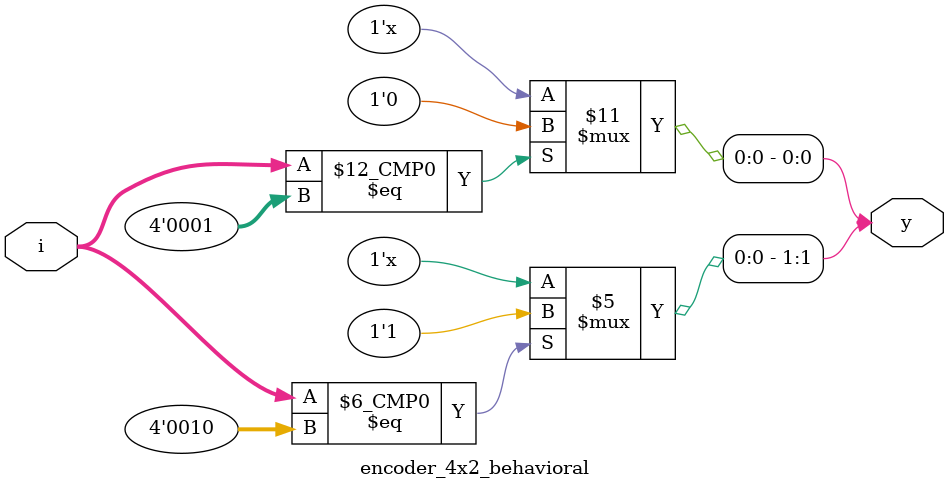
<source format=v>
module encoder_4x2_behavioral(y,i);

input [3:0]i;
output reg [1:0]y;

always @(*)
    case(i)
        4'b0001 : y[0] = 2'b00;
        4'b0010 : y[1] = 2'b01;
        4'b0100 : y[2] = 2'b10;
        4'b1000 : y[2] = 2'b11;
        default : $display("error");
    endcase

endmodule
</source>
